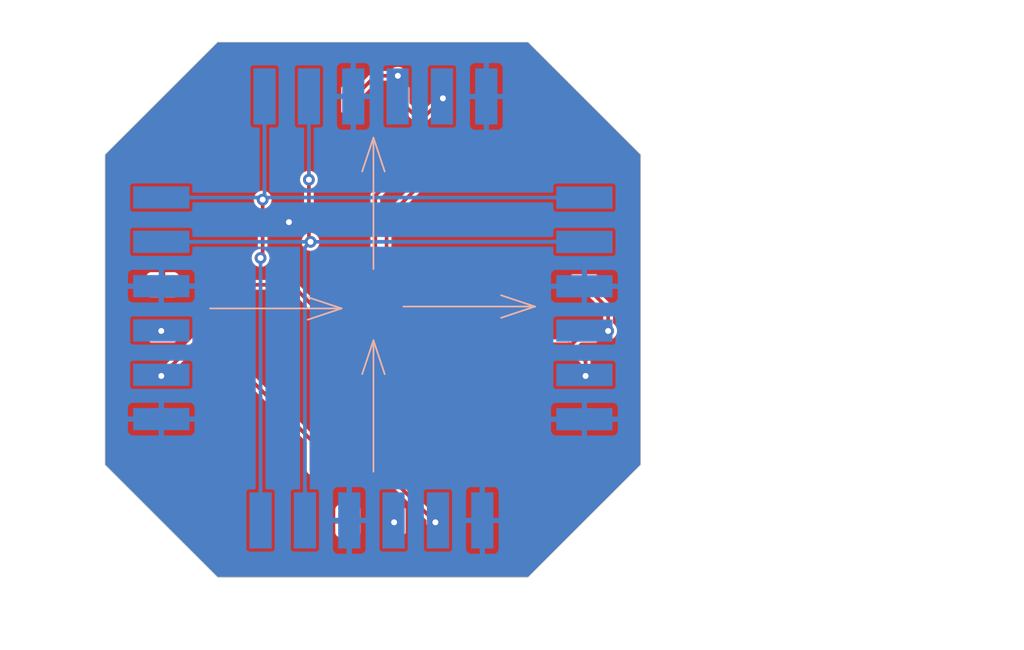
<source format=kicad_pcb>
(kicad_pcb (version 20211014) (generator pcbnew)
  (layers (0 "F.Cu" signal) (31 "B.Cu" signal) (34 "B.Paste" user) (35 "F.Paste" user) (36 "B.SilkS" user "B.Silkscreen") (37 "F.SilkS" user "F.Silkscreen") (38 "B.Mask" user) (39 "F.Mask" user) (44 "Edge.Cuts" user))
  (net 0 "")
  (net 1 "+5V")
  (net 2 "GND")
  (net 3 "Net-(CN1-Pad2)")
  (net 4 "Net-(CN2-Pad3)")
  (net 5 "Net-(D1-Pad2)")
  (net 6 "Net-(D2-Pad2)")
  (net 7 "Net-(D3-Pad2)")
  (net 8 "Net-(D4-Pad2)")
  (net 9 "Net-(CN3-Pad3)")
  (net 10 "Net-(CN4-Pad4)")
  (net 11 "Net-(CN1-Pad1)")
  (footprint "LED_SMD:LED_WS2812B_PLCC4_5.0x5.0mm_P3.2mm" (layer "F.Cu") (at 128.778 107.95 180)
    (fp_text reference "D1" hide)
    (fp_text value "WS2812B")
    (pad "1" smd rect (at -2.45 -1.6 180) (size 1.5 1) (layers "F.Cu" "F.Paste" "F.Mask") (net 1 "+5V"))
    (pad "2" smd rect (at -2.45 1.6 180) (size 1.5 1) (layers "F.Cu" "F.Paste" "F.Mask") (net 5 "Net-(D1-Pad2)"))
    (pad "3" smd rect (at 2.45 1.6 180) (size 1.5 1) (layers "F.Cu" "F.Paste" "F.Mask") (net 2 "GND"))
    (pad "4" smd rect (at 2.45 -1.6 180) (size 1.5 1) (layers "F.Cu" "F.Paste" "F.Mask") (net 4 "Net-(CN2-Pad3)"))
  )
  (footprint "LED_SMD:LED_WS2812B_PLCC4_5.0x5.0mm_P3.2mm" (layer "F.Cu") (at 140.716 96.266 -90)
    (fp_text reference "D5" hide)
    (fp_text value "WS2812B")
    (pad "1" smd rect (at -2.45 -1.6 270) (size 1.5 1) (layers "F.Cu" "F.Paste" "F.Mask") (net 1 "+5V"))
    (pad "2" smd rect (at -2.45 1.6 270) (size 1.5 1) (layers "F.Cu" "F.Paste" "F.Mask") (net 10 "Net-(CN4-Pad4)"))
    (pad "3" smd rect (at 2.45 1.6 270) (size 1.5 1) (layers "F.Cu" "F.Paste" "F.Mask") (net 2 "GND"))
    (pad "4" smd rect (at 2.45 -1.6 270) (size 1.5 1) (layers "F.Cu" "F.Paste" "F.Mask") (net 8 "Net-(D4-Pad2)"))
  )
  (footprint "LED_SMD:LED_WS2812B_PLCC4_5.0x5.0mm_P3.2mm" (layer "F.Cu") (at 140.462 119.888 -90)
    (fp_text reference "D4" hide)
    (fp_text value "WS2812B")
    (pad "1" smd rect (at -2.45 -1.6 270) (size 1.5 1) (layers "F.Cu" "F.Paste" "F.Mask") (net 1 "+5V"))
    (pad "2" smd rect (at -2.45 1.6 270) (size 1.5 1) (layers "F.Cu" "F.Paste" "F.Mask") (net 8 "Net-(D4-Pad2)"))
    (pad "3" smd rect (at 2.45 1.6 270) (size 1.5 1) (layers "F.Cu" "F.Paste" "F.Mask") (net 2 "GND"))
    (pad "4" smd rect (at 2.45 -1.6 270) (size 1.5 1) (layers "F.Cu" "F.Paste" "F.Mask") (net 9 "Net-(CN3-Pad3)"))
  )
  (footprint "LED_SMD:LED_WS2812B_PLCC4_5.0x5.0mm_P3.2mm" (layer "F.Cu") (at 140.716 107.95 180)
    (fp_text reference "D2" hide)
    (fp_text value "WS2812B")
    (pad "1" smd rect (at -2.45 -1.6 180) (size 1.5 1) (layers "F.Cu" "F.Paste" "F.Mask") (net 1 "+5V"))
    (pad "2" smd rect (at -2.45 1.6 180) (size 1.5 1) (layers "F.Cu" "F.Paste" "F.Mask") (net 6 "Net-(D2-Pad2)"))
    (pad "3" smd rect (at 2.45 1.6 180) (size 1.5 1) (layers "F.Cu" "F.Paste" "F.Mask") (net 2 "GND"))
    (pad "4" smd rect (at 2.45 -1.6 180) (size 1.5 1) (layers "F.Cu" "F.Paste" "F.Mask") (net 5 "Net-(D1-Pad2)"))
  )
  (footprint "LED_SMD:LED_WS2812B_PLCC4_5.0x5.0mm_P3.2mm" (layer "F.Cu") (at 152.4 107.95 180)
    (fp_text reference "D3" hide)
    (fp_text value "WS2812B")
    (pad "1" smd rect (at -2.45 -1.6 180) (size 1.5 1) (layers "F.Cu" "F.Paste" "F.Mask") (net 1 "+5V"))
    (pad "2" smd rect (at -2.45 1.6 180) (size 1.5 1) (layers "F.Cu" "F.Paste" "F.Mask") (net 7 "Net-(D3-Pad2)"))
    (pad "3" smd rect (at 2.45 1.6 180) (size 1.5 1) (layers "F.Cu" "F.Paste" "F.Mask") (net 2 "GND"))
    (pad "4" smd rect (at 2.45 -1.6 180) (size 1.5 1) (layers "F.Cu" "F.Paste" "F.Mask") (net 6 "Net-(D2-Pad2)"))
  )
  (footprint "Adafruit NeoPixel 8 Stick:1X4-SMT" (layer "B.Cu") (at 141.224 94.234)
    (fp_text reference "CN4" hide)
    (fp_text value "1X4SMT")
    (pad "1" smd rect (at -8 -0.635) (size 1.5 3.8) (layers "B.Cu" "B.Paste" "B.Mask") (net 11 "Net-(CN1-Pad1)"))
    (pad "2" smd rect (at -5 -0.635) (size 1.5 3.8) (layers "B.Cu" "B.Paste" "B.Mask") (net 3 "Net-(CN1-Pad2)"))
    (pad "3" smd rect (at -2 -0.635) (size 1.5 3.8) (layers "B.Cu" "B.Paste" "B.Mask") (net 2 "GND"))
    (pad "4" smd rect (at 1 -0.635) (size 1.5 3.8) (layers "B.Cu" "B.Paste" "B.Mask") (net 10 "Net-(CN4-Pad4)"))
    (pad "5" smd rect (at 4 -0.635) (size 1.5 3.8) (layers "B.Cu" "B.Paste" "B.Mask") (net 1 "+5V"))
    (pad "6" smd rect (at 7 -0.635) (size 1.5 3.8) (layers "B.Cu" "B.Paste" "B.Mask") (net 2 "GND"))
  )
  (footprint "Adafruit NeoPixel 8 Stick:1X4-SMT" (layer "B.Cu") (at 126.873 107.442 90)
    (fp_text reference "CN2" hide)
    (fp_text value "1X4SMT" hide)
    (pad "1" smd rect (at -8 -0.635 90) (size 1.5 3.8) (layers "B.Cu" "B.Paste" "B.Mask") (net 2 "GND"))
    (pad "2" smd rect (at -5 -0.635 90) (size 1.5 3.8) (layers "B.Cu" "B.Paste" "B.Mask") (net 1 "+5V"))
    (pad "3" smd rect (at -2 -0.635 90) (size 1.5 3.8) (layers "B.Cu" "B.Paste" "B.Mask") (net 4 "Net-(CN2-Pad3)"))
    (pad "4" smd rect (at 1 -0.635 90) (size 1.5 3.8) (layers "B.Cu" "B.Paste" "B.Mask") (net 2 "GND"))
    (pad "5" smd rect (at 4 -0.635 90) (size 1.5 3.8) (layers "B.Cu" "B.Paste" "B.Mask") (net 3 "Net-(CN1-Pad2)"))
    (pad "6" smd rect (at 7 -0.635 90) (size 1.5 3.8) (layers "B.Cu" "B.Paste" "B.Mask") (net 11 "Net-(CN1-Pad1)"))
  )
  (footprint "Adafruit NeoPixel 8 Stick:1X4-SMT" (layer "B.Cu") (at 154.222999 108.45 -90)
    (fp_text reference "CN1" hide)
    (fp_text value "1X4SMT" hide)
    (pad "1" smd rect (at -8 -0.635 270) (size 1.5 3.8) (layers "B.Cu" "B.Paste" "B.Mask") (net 11 "Net-(CN1-Pad1)"))
    (pad "2" smd rect (at -5 -0.635 270) (size 1.5 3.8) (layers "B.Cu" "B.Paste" "B.Mask") (net 3 "Net-(CN1-Pad2)"))
    (pad "3" smd rect (at -2 -0.635 270) (size 1.5 3.8) (layers "B.Cu" "B.Paste" "B.Mask") (net 2 "GND"))
    (pad "4" smd rect (at 1 -0.635 270) (size 1.5 3.8) (layers "B.Cu" "B.Paste" "B.Mask") (net 7 "Net-(D3-Pad2)"))
    (pad "5" smd rect (at 4 -0.635 270) (size 1.5 3.8) (layers "B.Cu" "B.Paste" "B.Mask") (net 1 "+5V"))
    (pad "6" smd rect (at 7 -0.635 270) (size 1.5 3.8) (layers "B.Cu" "B.Paste" "B.Mask") (net 2 "GND"))
  )
  (footprint "Adafruit NeoPixel 8 Stick:1X4-SMT" (layer "B.Cu") (at 139.954 121.666 180)
    (fp_text reference "CN3" hide)
    (fp_text value "1X4SMT")
    (pad "1" smd rect (at -8 -0.635 180) (size 1.5 3.8) (layers "B.Cu" "B.Paste" "B.Mask") (net 2 "GND"))
    (pad "2" smd rect (at -5 -0.635 180) (size 1.5 3.8) (layers "B.Cu" "B.Paste" "B.Mask") (net 1 "+5V"))
    (pad "3" smd rect (at -2 -0.635 180) (size 1.5 3.8) (layers "B.Cu" "B.Paste" "B.Mask") (net 9 "Net-(CN3-Pad3)"))
    (pad "4" smd rect (at 1 -0.635 180) (size 1.5 3.8) (layers "B.Cu" "B.Paste" "B.Mask") (net 2 "GND"))
    (pad "5" smd rect (at 4 -0.635 180) (size 1.5 3.8) (layers "B.Cu" "B.Paste" "B.Mask") (net 3 "Net-(CN1-Pad2)"))
    (pad "6" smd rect (at 7 -0.635 180) (size 1.5 3.8) (layers "B.Cu" "B.Paste" "B.Mask") (net 11 "Net-(CN1-Pad1)"))
  )
  (gr_line (start 140.589 110.109) (end 141.351 112.395) (layer "B.SilkS") (width 0.12))
  (gr_line (start 138.43 107.95) (end 136.144 107.188) (layer "B.SilkS") (width 0.12))
  (gr_line (start 138.43 107.95) (end 136.144 108.712) (layer "B.SilkS") (width 0.12))
  (gr_line (start 140.589 96.393) (end 141.351 98.679) (layer "B.SilkS") (width 0.12))
  (gr_line (start 140.589 118.999) (end 140.589 110.109) (layer "B.SilkS") (width 0.12))
  (gr_line (start 142.621 107.823) (end 151.511 107.823) (layer "B.SilkS") (width 0.12))
  (gr_line (start 129.54 107.95) (end 138.43 107.95) (layer "B.SilkS") (width 0.12))
  (gr_line (start 140.589 105.283) (end 140.589 96.393) (layer "B.SilkS") (width 0.12))
  (gr_line (start 140.589 110.109) (end 139.827 112.395) (layer "B.SilkS") (width 0.12))
  (gr_line (start 151.511 107.823) (end 149.225 107.061) (layer "B.SilkS") (width 0.12))
  (gr_line (start 151.511 107.823) (end 149.225 108.585) (layer "B.SilkS") (width 0.12))
  (gr_line (start 140.589 96.393) (end 139.827 98.679) (layer "B.SilkS") (width 0.12))
  (gr_line (start 122.428 118.536) (end 130.047999 126.156) (layer "Edge.Cuts") (width 0.05))
  (gr_line (start 151.047999 126.156) (end 130.047999 126.156) (layer "Edge.Cuts") (width 0.05))
  (gr_line (start 158.667999 97.536) (end 158.667999 118.536) (layer "Edge.Cuts") (width 0.05))
  (gr_line (start 151.047999 126.156) (end 158.667999 118.536) (layer "Edge.Cuts") (width 0.05))
  (gr_line (start 122.428 97.536) (end 122.428 118.536) (layer "Edge.Cuts") (width 0.05))
  (gr_line (start 130.048 89.916) (end 151.048 89.916) (layer "Edge.Cuts") (width 0.05))
  (gr_line (start 130.048 89.916) (end 122.428 97.536) (layer "Edge.Cuts") (width 0.05))
  (gr_line (start 151.048 89.916) (end 158.667999 97.536) (layer "Edge.Cuts") (width 0.05))
  (segment (start 143.764 95.264) (end 143.764 95.25) (width 0.25) (layer "F.Cu") (net 1))
  (segment (start 136.398 116.8804) (end 136.398 118.872) (width 0.25) (layer "F.Cu") (net 1))
  (segment (start 143.764 95.264) (end 142.316 93.816) (width 0.25) (layer "F.Cu") (net 1))
  (segment (start 141.478 113.792) (end 141.478 109.474) (width 0.25) (layer "F.Cu") (net 1))
  (segment (start 131.228 109.55) (end 131.228 111.7104) (width 0.25) (layer "F.Cu") (net 1))
  (segment (start 141.986 118.872) (end 142.062 118.796) (width 0.25) (layer "F.Cu") (net 1))
  (segment (start 142.062 119.71) (end 142.062 118.796) (width 0.25) (layer "F.Cu") (net 1))
  (segment (start 143.9942 110.3782) (end 153.8122 110.3782) (width 0.25) (layer "F.Cu") (net 1))
  (segment (start 131.228 111.7104) (end 136.398 116.8804) (width 0.25) (layer "F.Cu") (net 1))
  (segment (start 154.0218 110.3782) (end 154.85 109.55) (width 0.25) (layer "F.Cu") (net 1))
  (segment (start 142.062 117.438) (end 142.062 114.376) (width 0.25) (layer "F.Cu") (net 1))
  (segment (start 143.166 109.55) (end 143.9942 110.3782) (width 0.25) (layer "F.Cu") (net 1))
  (segment (start 154.94 112.522) (end 154.94 111.506) (width 0.25) (layer "F.Cu") (net 1))
  (segment (start 141.478 109.474) (end 141.478 101.854) (width 0.25) (layer "F.Cu") (net 1))
  (segment (start 143.764 95.25) (end 145.288 93.726) (width 0.25) (layer "F.Cu") (net 1))
  (segment (start 126.238 112.522) (end 129.21 109.55) (width 0.25) (layer "F.Cu") (net 1))
  (segment (start 154.94 111.506) (end 153.8122 110.3782) (width 0.25) (layer "F.Cu") (net 1))
  (segment (start 141.478 101.854) (end 143.764 99.568) (width 0.25) (layer "F.Cu") (net 1))
  (segment (start 141.478 109.474) (end 141.554 109.55) (width 0.25) (layer "F.Cu") (net 1))
  (segment (start 141.554 109.55) (end 143.166 109.55) (width 0.25) (layer "F.Cu") (net 1))
  (segment (start 136.398 118.872) (end 141.986 118.872) (width 0.25) (layer "F.Cu") (net 1))
  (segment (start 153.8122 110.3782) (end 154.0218 110.3782) (width 0.25) (layer "F.Cu") (net 1))
  (segment (start 129.21 109.55) (end 131.228 109.55) (width 0.25) (layer "F.Cu") (net 1))
  (segment (start 142.062 118.796) (end 142.062 117.438) (width 0.25) (layer "F.Cu") (net 1))
  (segment (start 143.764 99.568) (end 143.764 95.264) (width 0.25) (layer "F.Cu") (net 1))
  (segment (start 142.062 114.376) (end 141.478 113.792) (width 0.25) (layer "F.Cu") (net 1))
  (segment (start 144.78 122.428) (end 142.062 119.71) (width 0.25) (layer "F.Cu") (net 1))
  (via (at 144.78 122.428) (size 0.8) (drill 0.4) (layers "F.Cu" "B.Cu") (net 1))
  (via (at 145.288 93.726) (size 0.8) (drill 0.4) (layers "F.Cu" "B.Cu") (net 1))
  (via (at 154.94 112.522) (size 0.8) (drill 0.4) (layers "F.Cu" "B.Cu") (net 1))
  (via (at 126.238 112.522) (size 0.8) (drill 0.4) (layers "F.Cu" "B.Cu") (net 1))
  (via (at 134.874 102.108) (size 0.8) (drill 0.4) (layers "F.Cu" "B.Cu") (net 2))
  (segment (start 148.208 93.726) (end 148.208 95.876) (width 0.25) (layer "B.Cu") (net 2))
  (segment (start 148.208 95.876) (end 148.224 95.892) (width 0.25) (layer "B.Cu") (net 2))
  (segment (start 136.224 99.234) (end 136.224 103.298) (width 0.25) (layer "F.Cu") (net 3))
  (via (at 136.334 103.442) (size 0.8) (drill 0.4) (layers "F.Cu" "B.Cu") (net 3))
  (via (at 136.224 99.234) (size 0.8) (drill 0.4) (layers "F.Cu" "B.Cu") (net 3))
  (segment (start 154.849999 103.442) (end 154.857999 103.45) (width 0.25) (layer "B.Cu") (net 3))
  (segment (start 136.334 103.442) (end 135.954 103.822) (width 0.25) (layer "B.Cu") (net 3))
  (segment (start 135.954 103.822) (end 135.954 122.301) (width 0.25) (layer "B.Cu") (net 3))
  (segment (start 136.334 103.442) (end 154.849999 103.442) (width 0.25) (layer "B.Cu") (net 3))
  (segment (start 136.224 93.599) (end 136.224 99.234) (width 0.25) (layer "B.Cu") (net 3))
  (segment (start 126.238 103.442) (end 136.334 103.442) (width 0.25) (layer "B.Cu") (net 3))
  (via (at 126.238 109.474) (size 0.8) (drill 0.4) (layers "F.Cu" "B.Cu") (net 4))
  (segment (start 135.066 106.35) (end 138.266 109.55) (width 0.25) (layer "F.Cu") (net 5))
  (segment (start 131.228 106.35) (end 135.066 106.35) (width 0.25) (layer "F.Cu") (net 5))
  (segment (start 143.166 106.35) (end 146.75 106.35) (width 0.25) (layer "F.Cu") (net 6))
  (segment (start 146.75 106.35) (end 149.95 109.55) (width 0.25) (layer "F.Cu") (net 6))
  (segment (start 154.85 106.35) (end 156.464 107.964) (width 0.25) (layer "F.Cu") (net 7))
  (segment (start 156.464 107.964) (end 156.464 109.474) (width 0.25) (layer "F.Cu") (net 7))
  (via (at 156.464 109.474) (size 0.8) (drill 0.4) (layers "F.Cu" "B.Cu") (net 7))
  (segment (start 138.862 117.438) (end 138.862 116.154) (width 0.25) (layer "F.Cu") (net 8))
  (segment (start 138.862 116.154) (end 140.716 114.3) (width 0.25) (layer "F.Cu") (net 8))
  (segment (start 140.716 114.3) (end 140.716 100.316) (width 0.25) (layer "F.Cu") (net 8))
  (segment (start 140.716 100.316) (end 142.316 98.716) (width 0.25) (layer "F.Cu") (net 8))
  (via (at 141.986 122.428) (size 0.8) (drill 0.4) (layers "F.Cu" "B.Cu") (net 9))
  (segment (start 139.116 93.816) (end 140.73 92.202) (width 0.25) (layer "F.Cu") (net 10))
  (segment (start 140.73 92.202) (end 142.24 92.202) (width 0.25) (layer "F.Cu") (net 10))
  (via (at 142.24 92.202) (size 0.8) (drill 0.4) (layers "F.Cu" "B.Cu") (net 10))
  (segment (start 132.954 104.536) (end 133.096 104.394) (width 0.25) (layer "F.Cu") (net 11))
  (segment (start 133.096 104.394) (end 133.096 100.584) (width 0.25) (layer "F.Cu") (net 11))
  (via (at 133.096 100.584) (size 0.8) (drill 0.4) (layers "F.Cu" "B.Cu") (net 11))
  (via (at 132.954 104.536) (size 0.8) (drill 0.4) (layers "F.Cu" "B.Cu") (net 11))
  (segment (start 132.954 122.301) (end 132.954 104.536) (width 0.25) (layer "B.Cu") (net 11))
  (segment (start 133.224 93.599) (end 133.224 100.456) (width 0.25) (layer "B.Cu") (net 11))
  (segment (start 133.224 100.456) (end 133.096 100.584) (width 0.25) (layer "B.Cu") (net 11))
  (segment (start 154.849999 100.442) (end 154.857999 100.45) (width 0.25) (layer "B.Cu") (net 11))
  (segment (start 126.238 100.442) (end 154.849999 100.442) (width 0.25) (layer "B.Cu") (net 11))
  (zone (net 2) (net_name "GND") (layers F&B.Cu) (priority 6) (connect_pads (clearance 0.000001)) (min_thickness 0.1524) (fill yes (thermal_gap 0.3548) (thermal_bridge_width 0.3548))
    (polygon (pts (xy 184.5945 131.064) (xy 115.3287 131.064) (xy 115.3287 87.0712) (xy 184.5945 87.0712)))
  )
)
</source>
